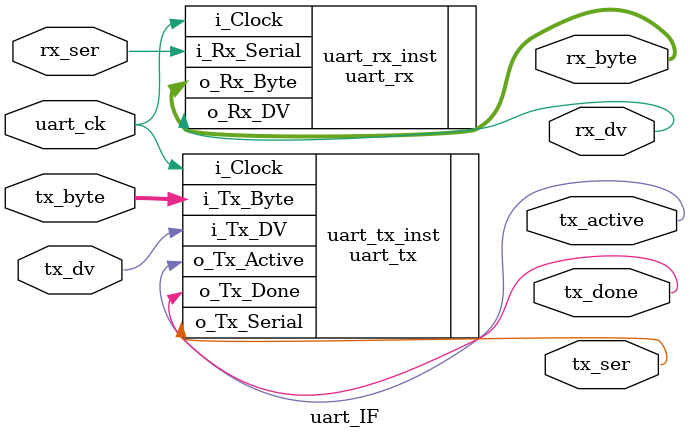
<source format=v>
`timescale 1ns / 1ps


module uart_IF
#(parameter CKS_PER_BIT=87)
(
    // UART signals
    input uart_ck,
    input rx_ser,
    output [7:0] rx_byte,
    output rx_dv,

    input tx_dv,
    input [7:0] tx_byte,
    output tx_done, tx_active, tx_ser
);
    
    // Simple UART
    // uart rx
    uart_rx #(.CKS_PER_BIT(CKS_PER_BIT)) uart_rx_inst (
        .i_Clock(uart_ck),
        .i_Rx_Serial(rx_ser),
        .o_Rx_DV(rx_dv),
        .o_Rx_Byte(rx_byte)
    );
    //uart tx
    uart_tx #(.CKS_PER_BIT(CKS_PER_BIT)) uart_tx_inst (
        .i_Clock(uart_ck),
        .i_Tx_DV(tx_dv),
        .i_Tx_Byte(tx_byte),
        .o_Tx_Active(tx_active),
        .o_Tx_Serial(tx_ser),
        .o_Tx_Done(tx_done)
    );

endmodule

</source>
